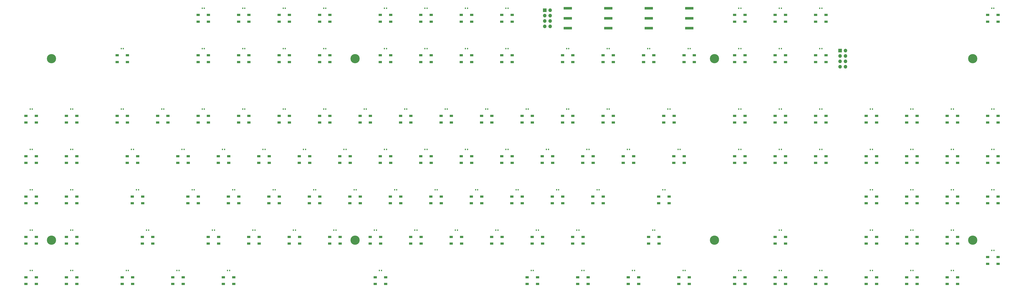
<source format=gbr>
%TF.GenerationSoftware,KiCad,Pcbnew,(6.0.0)*%
%TF.CreationDate,2022-04-30T21:56:39-04:00*%
%TF.ProjectId,SweetBusinessRGBCore,53776565-7442-4757-9369-6e6573735247,rev?*%
%TF.SameCoordinates,Original*%
%TF.FileFunction,Soldermask,Top*%
%TF.FilePolarity,Negative*%
%FSLAX46Y46*%
G04 Gerber Fmt 4.6, Leading zero omitted, Abs format (unit mm)*
G04 Created by KiCad (PCBNEW (6.0.0)) date 2022-04-30 21:56:39*
%MOMM*%
%LPD*%
G01*
G04 APERTURE LIST*
G04 Aperture macros list*
%AMRoundRect*
0 Rectangle with rounded corners*
0 $1 Rounding radius*
0 $2 $3 $4 $5 $6 $7 $8 $9 X,Y pos of 4 corners*
0 Add a 4 corners polygon primitive as box body*
4,1,4,$2,$3,$4,$5,$6,$7,$8,$9,$2,$3,0*
0 Add four circle primitives for the rounded corners*
1,1,$1+$1,$2,$3*
1,1,$1+$1,$4,$5*
1,1,$1+$1,$6,$7*
1,1,$1+$1,$8,$9*
0 Add four rect primitives between the rounded corners*
20,1,$1+$1,$2,$3,$4,$5,0*
20,1,$1+$1,$4,$5,$6,$7,0*
20,1,$1+$1,$6,$7,$8,$9,0*
20,1,$1+$1,$8,$9,$2,$3,0*%
G04 Aperture macros list end*
%ADD10RoundRect,0.147500X0.147500X0.172500X-0.147500X0.172500X-0.147500X-0.172500X0.147500X-0.172500X0*%
%ADD11R,1.500000X1.000000*%
%ADD12RoundRect,0.147500X-0.147500X-0.172500X0.147500X-0.172500X0.147500X0.172500X-0.147500X0.172500X0*%
%ADD13C,4.350000*%
%ADD14R,4.000000X1.300000*%
%ADD15R,1.700000X1.700000*%
%ADD16O,1.700000X1.700000*%
G04 APERTURE END LIST*
D10*
%TO.C,LC14*%
X157647500Y-150812500D03*
X156677500Y-150812500D03*
%TD*%
D11*
%TO.C,LD41*%
X312012500Y-185750000D03*
X312012500Y-182550000D03*
X307112500Y-182550000D03*
X307112500Y-185750000D03*
%TD*%
%TO.C,LD42*%
X331062500Y-185750000D03*
X331062500Y-182550000D03*
X326162500Y-182550000D03*
X326162500Y-185750000D03*
%TD*%
%TO.C,LD126*%
X492987500Y-261950000D03*
X492987500Y-258750000D03*
X488087500Y-258750000D03*
X488087500Y-261950000D03*
%TD*%
%TO.C,LD81*%
X212000000Y-223850000D03*
X212000000Y-220650000D03*
X207100000Y-220650000D03*
X207100000Y-223850000D03*
%TD*%
D12*
%TO.C,LC89*%
X451952500Y-217487500D03*
X452922500Y-217487500D03*
%TD*%
D11*
%TO.C,LD70*%
X449987500Y-201600000D03*
X449987500Y-204800000D03*
X454887500Y-204800000D03*
X454887500Y-201600000D03*
%TD*%
D12*
%TO.C,LC91*%
X490052500Y-217487500D03*
X491022500Y-217487500D03*
%TD*%
D11*
%TO.C,LD96*%
X140425000Y-239700000D03*
X140425000Y-242900000D03*
X145325000Y-242900000D03*
X145325000Y-239700000D03*
%TD*%
D12*
%TO.C,LC124*%
X451952500Y-255587500D03*
X452922500Y-255587500D03*
%TD*%
%TO.C,LC37*%
X232877500Y-179387500D03*
X233847500Y-179387500D03*
%TD*%
D11*
%TO.C,LD84*%
X269150000Y-223850000D03*
X269150000Y-220650000D03*
X264250000Y-220650000D03*
X264250000Y-223850000D03*
%TD*%
D13*
%TO.C,H8*%
X500062500Y-241300000D03*
%TD*%
D11*
%TO.C,LD97*%
X159475000Y-239700000D03*
X159475000Y-242900000D03*
X164375000Y-242900000D03*
X164375000Y-239700000D03*
%TD*%
%TO.C,LD60*%
X240437500Y-201600000D03*
X240437500Y-204800000D03*
X245337500Y-204800000D03*
X245337500Y-201600000D03*
%TD*%
%TO.C,LDE1*%
X512025000Y-138125000D03*
X512025000Y-134925000D03*
X507125000Y-134925000D03*
X507125000Y-138125000D03*
%TD*%
D12*
%TO.C,LC119*%
X340033750Y-255587500D03*
X341003750Y-255587500D03*
%TD*%
D11*
%TO.C,LD34*%
X178662500Y-185750000D03*
X178662500Y-182550000D03*
X173762500Y-182550000D03*
X173762500Y-185750000D03*
%TD*%
%TO.C,LD121*%
X392975000Y-261950000D03*
X392975000Y-258750000D03*
X388075000Y-258750000D03*
X388075000Y-261950000D03*
%TD*%
%TO.C,LD103*%
X273775000Y-239700000D03*
X273775000Y-242900000D03*
X278675000Y-242900000D03*
X278675000Y-239700000D03*
%TD*%
%TO.C,LD88*%
X357256250Y-223850000D03*
X357256250Y-220650000D03*
X352356250Y-220650000D03*
X352356250Y-223850000D03*
%TD*%
D14*
%TO.C,T1*%
X309562500Y-141225000D03*
X309562500Y-136525000D03*
X309562500Y-131825000D03*
%TD*%
D11*
%TO.C,LD85*%
X288200000Y-223850000D03*
X288200000Y-220650000D03*
X283300000Y-220650000D03*
X283300000Y-223850000D03*
%TD*%
D12*
%TO.C,LC28*%
X56665000Y-179387500D03*
X57635000Y-179387500D03*
%TD*%
D10*
%TO.C,LC102*%
X257660000Y-236537500D03*
X256690000Y-236537500D03*
%TD*%
D12*
%TO.C,LC39*%
X270977500Y-179387500D03*
X271947500Y-179387500D03*
%TD*%
D11*
%TO.C,LD3*%
X159612500Y-138125000D03*
X159612500Y-134925000D03*
X154712500Y-134925000D03*
X154712500Y-138125000D03*
%TD*%
D12*
%TO.C,LC9*%
X280502500Y-131762500D03*
X281472500Y-131762500D03*
%TD*%
D10*
%TO.C,LC60*%
X243372500Y-198437500D03*
X242402500Y-198437500D03*
%TD*%
D11*
%TO.C,LD32*%
X140562500Y-185750000D03*
X140562500Y-182550000D03*
X135662500Y-182550000D03*
X135662500Y-185750000D03*
%TD*%
%TO.C,LD23*%
X345212500Y-153975000D03*
X345212500Y-157175000D03*
X350112500Y-157175000D03*
X350112500Y-153975000D03*
%TD*%
D10*
%TO.C,LC98*%
X181460000Y-236537500D03*
X180490000Y-236537500D03*
%TD*%
D12*
%TO.C,LC36*%
X213827500Y-179387500D03*
X214797500Y-179387500D03*
%TD*%
%TO.C,LC114*%
X125721250Y-255587500D03*
X126691250Y-255587500D03*
%TD*%
%TO.C,LC2*%
X137627500Y-131762500D03*
X138597500Y-131762500D03*
%TD*%
D11*
%TO.C,LD47*%
X454887500Y-185750000D03*
X454887500Y-182550000D03*
X449987500Y-182550000D03*
X449987500Y-185750000D03*
%TD*%
%TO.C,LD95*%
X109468750Y-239700000D03*
X109468750Y-242900000D03*
X114368750Y-242900000D03*
X114368750Y-239700000D03*
%TD*%
%TO.C,LD86*%
X307250000Y-223850000D03*
X307250000Y-220650000D03*
X302350000Y-220650000D03*
X302350000Y-223850000D03*
%TD*%
D12*
%TO.C,LC118*%
X316221250Y-255587500D03*
X317191250Y-255587500D03*
%TD*%
%TO.C,LC5*%
X194777500Y-131762500D03*
X195747500Y-131762500D03*
%TD*%
D11*
%TO.C,LD75*%
X78650000Y-223850000D03*
X78650000Y-220650000D03*
X73750000Y-220650000D03*
X73750000Y-223850000D03*
%TD*%
%TO.C,LD65*%
X335687500Y-201600000D03*
X335687500Y-204800000D03*
X340587500Y-204800000D03*
X340587500Y-201600000D03*
%TD*%
D12*
%TO.C,LC82*%
X228115000Y-217487500D03*
X229085000Y-217487500D03*
%TD*%
%TO.C,LC6*%
X223352500Y-131762500D03*
X224322500Y-131762500D03*
%TD*%
D11*
%TO.C,LD6*%
X226287500Y-138125000D03*
X226287500Y-134925000D03*
X221387500Y-134925000D03*
X221387500Y-138125000D03*
%TD*%
D10*
%TO.C,LC107*%
X410060000Y-236537500D03*
X409090000Y-236537500D03*
%TD*%
D12*
%TO.C,LC81*%
X209065000Y-217487500D03*
X210035000Y-217487500D03*
%TD*%
D10*
%TO.C,LC52*%
X76685000Y-198437500D03*
X75715000Y-198437500D03*
%TD*%
D11*
%TO.C,LD55*%
X145187500Y-201600000D03*
X145187500Y-204800000D03*
X150087500Y-204800000D03*
X150087500Y-201600000D03*
%TD*%
%TO.C,LD50*%
X512037500Y-185750000D03*
X512037500Y-182550000D03*
X507137500Y-182550000D03*
X507137500Y-185750000D03*
%TD*%
%TO.C,LD17*%
X221387500Y-153975000D03*
X221387500Y-157175000D03*
X226287500Y-157175000D03*
X226287500Y-153975000D03*
%TD*%
%TO.C,LD28*%
X59600000Y-185750000D03*
X59600000Y-182550000D03*
X54700000Y-182550000D03*
X54700000Y-185750000D03*
%TD*%
D10*
%TO.C,LC73*%
X510072500Y-198437500D03*
X509102500Y-198437500D03*
%TD*%
D13*
%TO.C,H2*%
X209550000Y-155575000D03*
%TD*%
D11*
%TO.C,LD68*%
X407125000Y-201600000D03*
X407125000Y-204800000D03*
X412025000Y-204800000D03*
X412025000Y-201600000D03*
%TD*%
D10*
%TO.C,LC51*%
X57635000Y-198437500D03*
X56665000Y-198437500D03*
%TD*%
D12*
%TO.C,LC38*%
X251927500Y-179387500D03*
X252897500Y-179387500D03*
%TD*%
D11*
%TO.C,LD116*%
X223906250Y-261950000D03*
X223906250Y-258750000D03*
X219006250Y-258750000D03*
X219006250Y-261950000D03*
%TD*%
%TO.C,LD61*%
X259487500Y-201600000D03*
X259487500Y-204800000D03*
X264387500Y-204800000D03*
X264387500Y-201600000D03*
%TD*%
%TO.C,LD2*%
X140562500Y-138125000D03*
X140562500Y-134925000D03*
X135662500Y-134925000D03*
X135662500Y-138125000D03*
%TD*%
%TO.C,LD11*%
X412025000Y-138125000D03*
X412025000Y-134925000D03*
X407125000Y-134925000D03*
X407125000Y-138125000D03*
%TD*%
%TO.C,LD46*%
X431075000Y-185750000D03*
X431075000Y-182550000D03*
X426175000Y-182550000D03*
X426175000Y-185750000D03*
%TD*%
D10*
%TO.C,LC18*%
X243372500Y-150812500D03*
X242402500Y-150812500D03*
%TD*%
D11*
%TO.C,LD38*%
X254862500Y-185750000D03*
X254862500Y-182550000D03*
X249962500Y-182550000D03*
X249962500Y-185750000D03*
%TD*%
%TO.C,LD4*%
X178662500Y-138125000D03*
X178662500Y-134925000D03*
X173762500Y-134925000D03*
X173762500Y-138125000D03*
%TD*%
D10*
%TO.C,LC56*%
X167172500Y-198437500D03*
X166202500Y-198437500D03*
%TD*%
D11*
%TO.C,LD118*%
X319156250Y-261950000D03*
X319156250Y-258750000D03*
X314256250Y-258750000D03*
X314256250Y-261950000D03*
%TD*%
%TO.C,LD78*%
X154850000Y-223850000D03*
X154850000Y-220650000D03*
X149950000Y-220650000D03*
X149950000Y-223850000D03*
%TD*%
%TO.C,LD1*%
X102462500Y-157175000D03*
X102462500Y-153975000D03*
X97562500Y-153975000D03*
X97562500Y-157175000D03*
%TD*%
D10*
%TO.C,LC59*%
X224322500Y-198437500D03*
X223352500Y-198437500D03*
%TD*%
D12*
%TO.C,LC92*%
X509102500Y-217487500D03*
X510072500Y-217487500D03*
%TD*%
%TO.C,LC8*%
X261452500Y-131762500D03*
X262422500Y-131762500D03*
%TD*%
D10*
%TO.C,LC64*%
X319572500Y-198437500D03*
X318602500Y-198437500D03*
%TD*%
D11*
%TO.C,LD93*%
X54700000Y-239700000D03*
X54700000Y-242900000D03*
X59600000Y-242900000D03*
X59600000Y-239700000D03*
%TD*%
D14*
%TO.C,T2*%
X328612500Y-141225000D03*
X328612500Y-136525000D03*
X328612500Y-131825000D03*
%TD*%
D11*
%TO.C,LD25*%
X388075000Y-153975000D03*
X388075000Y-157175000D03*
X392975000Y-157175000D03*
X392975000Y-153975000D03*
%TD*%
%TO.C,LD117*%
X295343750Y-261950000D03*
X295343750Y-258750000D03*
X290443750Y-258750000D03*
X290443750Y-261950000D03*
%TD*%
D12*
%TO.C,LC122*%
X409090000Y-255587500D03*
X410060000Y-255587500D03*
%TD*%
D10*
%TO.C,LC15*%
X176697500Y-150812500D03*
X175727500Y-150812500D03*
%TD*%
D12*
%TO.C,LC50*%
X509102500Y-179387500D03*
X510072500Y-179387500D03*
%TD*%
D10*
%TO.C,LC20*%
X281472500Y-150812500D03*
X280502500Y-150812500D03*
%TD*%
D11*
%TO.C,LD87*%
X326300000Y-223850000D03*
X326300000Y-220650000D03*
X321400000Y-220650000D03*
X321400000Y-223850000D03*
%TD*%
%TO.C,LD98*%
X178525000Y-239700000D03*
X178525000Y-242900000D03*
X183425000Y-242900000D03*
X183425000Y-239700000D03*
%TD*%
%TO.C,LD100*%
X216625000Y-239700000D03*
X216625000Y-242900000D03*
X221525000Y-242900000D03*
X221525000Y-239700000D03*
%TD*%
%TO.C,LD52*%
X73750000Y-201600000D03*
X73750000Y-204800000D03*
X78650000Y-204800000D03*
X78650000Y-201600000D03*
%TD*%
%TO.C,LD18*%
X240437500Y-153975000D03*
X240437500Y-157175000D03*
X245337500Y-157175000D03*
X245337500Y-153975000D03*
%TD*%
%TO.C,LD12*%
X431075000Y-138125000D03*
X431075000Y-134925000D03*
X426175000Y-134925000D03*
X426175000Y-138125000D03*
%TD*%
D10*
%TO.C,LC94*%
X76685000Y-236537500D03*
X75715000Y-236537500D03*
%TD*%
D12*
%TO.C,LC46*%
X428140000Y-179387500D03*
X429110000Y-179387500D03*
%TD*%
%TO.C,LC31*%
X118577500Y-179387500D03*
X119547500Y-179387500D03*
%TD*%
D11*
%TO.C,LD110*%
X488087500Y-239700000D03*
X488087500Y-242900000D03*
X492987500Y-242900000D03*
X492987500Y-239700000D03*
%TD*%
D10*
%TO.C,LC13*%
X138597500Y-150812500D03*
X137627500Y-150812500D03*
%TD*%
%TO.C,LC108*%
X452922500Y-236537500D03*
X451952500Y-236537500D03*
%TD*%
D12*
%TO.C,LC12*%
X428140000Y-131762500D03*
X429110000Y-131762500D03*
%TD*%
D10*
%TO.C,LC105*%
X314810000Y-236537500D03*
X313840000Y-236537500D03*
%TD*%
D11*
%TO.C,LD44*%
X392975000Y-185750000D03*
X392975000Y-182550000D03*
X388075000Y-182550000D03*
X388075000Y-185750000D03*
%TD*%
D10*
%TO.C,LC58*%
X205272500Y-198437500D03*
X204302500Y-198437500D03*
%TD*%
%TO.C,LC17*%
X224322500Y-150812500D03*
X223352500Y-150812500D03*
%TD*%
D11*
%TO.C,LD122*%
X412025000Y-261950000D03*
X412025000Y-258750000D03*
X407125000Y-258750000D03*
X407125000Y-261950000D03*
%TD*%
%TO.C,LD8*%
X264387500Y-138125000D03*
X264387500Y-134925000D03*
X259487500Y-134925000D03*
X259487500Y-138125000D03*
%TD*%
%TO.C,LD71*%
X469037500Y-201600000D03*
X469037500Y-204800000D03*
X473937500Y-204800000D03*
X473937500Y-201600000D03*
%TD*%
D10*
%TO.C,LC99*%
X200510000Y-236537500D03*
X199540000Y-236537500D03*
%TD*%
D12*
%TO.C,LCE1*%
X509077500Y-131762500D03*
X510047500Y-131762500D03*
%TD*%
D10*
%TO.C,LC103*%
X276710000Y-236537500D03*
X275740000Y-236537500D03*
%TD*%
D11*
%TO.C,LD112*%
X78650000Y-261950000D03*
X78650000Y-258750000D03*
X73750000Y-258750000D03*
X73750000Y-261950000D03*
%TD*%
D10*
%TO.C,LC22*%
X329097500Y-150812500D03*
X328127500Y-150812500D03*
%TD*%
D11*
%TO.C,LD31*%
X121512500Y-185750000D03*
X121512500Y-182550000D03*
X116612500Y-182550000D03*
X116612500Y-185750000D03*
%TD*%
D10*
%TO.C,LC69*%
X429110000Y-198437500D03*
X428140000Y-198437500D03*
%TD*%
%TO.C,LC101*%
X238610000Y-236537500D03*
X237640000Y-236537500D03*
%TD*%
D11*
%TO.C,LD21*%
X307112500Y-153975000D03*
X307112500Y-157175000D03*
X312012500Y-157175000D03*
X312012500Y-153975000D03*
%TD*%
D12*
%TO.C,LC3*%
X156677500Y-131762500D03*
X157647500Y-131762500D03*
%TD*%
D10*
%TO.C,LC55*%
X148122500Y-198437500D03*
X147152500Y-198437500D03*
%TD*%
D12*
%TO.C,LC125*%
X471002500Y-255587500D03*
X471972500Y-255587500D03*
%TD*%
D13*
%TO.C,H7*%
X378618750Y-241300000D03*
%TD*%
D10*
%TO.C,LC24*%
X367197500Y-150812500D03*
X366227500Y-150812500D03*
%TD*%
D11*
%TO.C,LD51*%
X54700000Y-201600000D03*
X54700000Y-204800000D03*
X59600000Y-204800000D03*
X59600000Y-201600000D03*
%TD*%
D12*
%TO.C,LC123*%
X428140000Y-255587500D03*
X429110000Y-255587500D03*
%TD*%
%TO.C,LC32*%
X137627500Y-179387500D03*
X138597500Y-179387500D03*
%TD*%
%TO.C,LC79*%
X170965000Y-217487500D03*
X171935000Y-217487500D03*
%TD*%
D11*
%TO.C,LD69*%
X426175000Y-201600000D03*
X426175000Y-204800000D03*
X431075000Y-204800000D03*
X431075000Y-201600000D03*
%TD*%
D15*
%TO.C,J2*%
X298762500Y-132725000D03*
D16*
X301302500Y-132725000D03*
X298762500Y-135265000D03*
X301302500Y-135265000D03*
X298762500Y-137805000D03*
X301302500Y-137805000D03*
X298762500Y-140345000D03*
X301302500Y-140345000D03*
%TD*%
D11*
%TO.C,LD120*%
X366781250Y-261950000D03*
X366781250Y-258750000D03*
X361881250Y-258750000D03*
X361881250Y-261950000D03*
%TD*%
D10*
%TO.C,LC19*%
X262422500Y-150812500D03*
X261452500Y-150812500D03*
%TD*%
D13*
%TO.C,H5*%
X66675000Y-241300000D03*
%TD*%
D11*
%TO.C,LD89*%
X454887500Y-223850000D03*
X454887500Y-220650000D03*
X449987500Y-220650000D03*
X449987500Y-223850000D03*
%TD*%
%TO.C,LD19*%
X259487500Y-153975000D03*
X259487500Y-157175000D03*
X264387500Y-157175000D03*
X264387500Y-153975000D03*
%TD*%
D10*
%TO.C,LC104*%
X295760000Y-236537500D03*
X294790000Y-236537500D03*
%TD*%
D12*
%TO.C,LC111*%
X56665000Y-255587500D03*
X57635000Y-255587500D03*
%TD*%
D11*
%TO.C,LD35*%
X197712500Y-185750000D03*
X197712500Y-182550000D03*
X192812500Y-182550000D03*
X192812500Y-185750000D03*
%TD*%
D14*
%TO.C,T4*%
X366712500Y-141225000D03*
X366712500Y-136525000D03*
X366712500Y-131825000D03*
%TD*%
D12*
%TO.C,LC127*%
X509102500Y-246062500D03*
X510072500Y-246062500D03*
%TD*%
D11*
%TO.C,LD10*%
X392975000Y-138125000D03*
X392975000Y-134925000D03*
X388075000Y-134925000D03*
X388075000Y-138125000D03*
%TD*%
D10*
%TO.C,LC61*%
X262422500Y-198437500D03*
X261452500Y-198437500D03*
%TD*%
D12*
%TO.C,LC113*%
X101908750Y-255587500D03*
X102878750Y-255587500D03*
%TD*%
%TO.C,LC86*%
X304315000Y-217487500D03*
X305285000Y-217487500D03*
%TD*%
D10*
%TO.C,LC21*%
X310047500Y-150812500D03*
X309077500Y-150812500D03*
%TD*%
%TO.C,LC110*%
X491022500Y-236537500D03*
X490052500Y-236537500D03*
%TD*%
D11*
%TO.C,LD9*%
X283437500Y-138125000D03*
X283437500Y-134925000D03*
X278537500Y-134925000D03*
X278537500Y-138125000D03*
%TD*%
D12*
%TO.C,LC126*%
X490052500Y-255587500D03*
X491022500Y-255587500D03*
%TD*%
%TO.C,LC33*%
X156677500Y-179387500D03*
X157647500Y-179387500D03*
%TD*%
D11*
%TO.C,LD101*%
X235675000Y-239700000D03*
X235675000Y-242900000D03*
X240575000Y-242900000D03*
X240575000Y-239700000D03*
%TD*%
D12*
%TO.C,LC117*%
X292408750Y-255587500D03*
X293378750Y-255587500D03*
%TD*%
%TO.C,LC115*%
X149533750Y-255587500D03*
X150503750Y-255587500D03*
%TD*%
D10*
%TO.C,LC25*%
X391010000Y-150812500D03*
X390040000Y-150812500D03*
%TD*%
D15*
%TO.C,J1*%
X437668750Y-151775000D03*
D16*
X440208750Y-151775000D03*
X437668750Y-154315000D03*
X440208750Y-154315000D03*
X437668750Y-156855000D03*
X440208750Y-156855000D03*
X437668750Y-159395000D03*
X440208750Y-159395000D03*
%TD*%
D11*
%TO.C,LD113*%
X104843750Y-261950000D03*
X104843750Y-258750000D03*
X99943750Y-258750000D03*
X99943750Y-261950000D03*
%TD*%
%TO.C,LD20*%
X278537500Y-153975000D03*
X278537500Y-157175000D03*
X283437500Y-157175000D03*
X283437500Y-153975000D03*
%TD*%
D12*
%TO.C,LC35*%
X194777500Y-179387500D03*
X195747500Y-179387500D03*
%TD*%
D11*
%TO.C,LD48*%
X473937500Y-185750000D03*
X473937500Y-182550000D03*
X469037500Y-182550000D03*
X469037500Y-185750000D03*
%TD*%
D12*
%TO.C,LC75*%
X75715000Y-217487500D03*
X76685000Y-217487500D03*
%TD*%
D11*
%TO.C,LD74*%
X59600000Y-223850000D03*
X59600000Y-220650000D03*
X54700000Y-220650000D03*
X54700000Y-223850000D03*
%TD*%
D13*
%TO.C,H1*%
X66675000Y-155575000D03*
%TD*%
D11*
%TO.C,LD54*%
X126137500Y-201600000D03*
X126137500Y-204800000D03*
X131037500Y-204800000D03*
X131037500Y-201600000D03*
%TD*%
%TO.C,LD105*%
X311875000Y-239700000D03*
X311875000Y-242900000D03*
X316775000Y-242900000D03*
X316775000Y-239700000D03*
%TD*%
%TO.C,LD77*%
X135800000Y-223850000D03*
X135800000Y-220650000D03*
X130900000Y-220650000D03*
X130900000Y-223850000D03*
%TD*%
D10*
%TO.C,LC16*%
X195747500Y-150812500D03*
X194777500Y-150812500D03*
%TD*%
D11*
%TO.C,LD99*%
X197575000Y-239700000D03*
X197575000Y-242900000D03*
X202475000Y-242900000D03*
X202475000Y-239700000D03*
%TD*%
D12*
%TO.C,LC116*%
X220971250Y-255587500D03*
X221941250Y-255587500D03*
%TD*%
D11*
%TO.C,LD76*%
X109606250Y-223850000D03*
X109606250Y-220650000D03*
X104706250Y-220650000D03*
X104706250Y-223850000D03*
%TD*%
%TO.C,LD30*%
X102462500Y-185750000D03*
X102462500Y-182550000D03*
X97562500Y-182550000D03*
X97562500Y-185750000D03*
%TD*%
D10*
%TO.C,LC100*%
X219560000Y-236537500D03*
X218590000Y-236537500D03*
%TD*%
D12*
%TO.C,LC44*%
X390040000Y-179387500D03*
X391010000Y-179387500D03*
%TD*%
%TO.C,LC112*%
X75715000Y-255587500D03*
X76685000Y-255587500D03*
%TD*%
%TO.C,LC1*%
X99527500Y-150812500D03*
X100497500Y-150812500D03*
%TD*%
D11*
%TO.C,LD29*%
X78650000Y-185750000D03*
X78650000Y-182550000D03*
X73750000Y-182550000D03*
X73750000Y-185750000D03*
%TD*%
%TO.C,LD49*%
X492987500Y-185750000D03*
X492987500Y-182550000D03*
X488087500Y-182550000D03*
X488087500Y-185750000D03*
%TD*%
%TO.C,LD67*%
X388075000Y-201600000D03*
X388075000Y-204800000D03*
X392975000Y-204800000D03*
X392975000Y-201600000D03*
%TD*%
D10*
%TO.C,LC109*%
X471972500Y-236537500D03*
X471002500Y-236537500D03*
%TD*%
%TO.C,LC65*%
X338622500Y-198437500D03*
X337652500Y-198437500D03*
%TD*%
D11*
%TO.C,LD45*%
X412025000Y-185750000D03*
X412025000Y-182550000D03*
X407125000Y-182550000D03*
X407125000Y-185750000D03*
%TD*%
%TO.C,LD62*%
X278537500Y-201600000D03*
X278537500Y-204800000D03*
X283437500Y-204800000D03*
X283437500Y-201600000D03*
%TD*%
%TO.C,LD40*%
X292962500Y-185750000D03*
X292962500Y-182550000D03*
X288062500Y-182550000D03*
X288062500Y-185750000D03*
%TD*%
D12*
%TO.C,LC74*%
X56665000Y-217487500D03*
X57635000Y-217487500D03*
%TD*%
D11*
%TO.C,LD109*%
X469037500Y-239700000D03*
X469037500Y-242900000D03*
X473937500Y-242900000D03*
X473937500Y-239700000D03*
%TD*%
%TO.C,LD24*%
X364262500Y-153975000D03*
X364262500Y-157175000D03*
X369162500Y-157175000D03*
X369162500Y-153975000D03*
%TD*%
D12*
%TO.C,LC41*%
X309077500Y-179387500D03*
X310047500Y-179387500D03*
%TD*%
D10*
%TO.C,LC26*%
X410060000Y-150812500D03*
X409090000Y-150812500D03*
%TD*%
D13*
%TO.C,H3*%
X378618750Y-155575000D03*
%TD*%
D12*
%TO.C,LC40*%
X290027500Y-179387500D03*
X290997500Y-179387500D03*
%TD*%
D11*
%TO.C,LD115*%
X152468750Y-261950000D03*
X152468750Y-258750000D03*
X147568750Y-258750000D03*
X147568750Y-261950000D03*
%TD*%
%TO.C,LD27*%
X426175000Y-153975000D03*
X426175000Y-157175000D03*
X431075000Y-157175000D03*
X431075000Y-153975000D03*
%TD*%
%TO.C,LD83*%
X250100000Y-223850000D03*
X250100000Y-220650000D03*
X245200000Y-220650000D03*
X245200000Y-223850000D03*
%TD*%
%TO.C,LD108*%
X449987500Y-239700000D03*
X449987500Y-242900000D03*
X454887500Y-242900000D03*
X454887500Y-239700000D03*
%TD*%
D12*
%TO.C,LC77*%
X132865000Y-217487500D03*
X133835000Y-217487500D03*
%TD*%
%TO.C,LC83*%
X247165000Y-217487500D03*
X248135000Y-217487500D03*
%TD*%
D11*
%TO.C,LD57*%
X183287500Y-201600000D03*
X183287500Y-204800000D03*
X188187500Y-204800000D03*
X188187500Y-201600000D03*
%TD*%
%TO.C,LD90*%
X473937500Y-223850000D03*
X473937500Y-220650000D03*
X469037500Y-220650000D03*
X469037500Y-223850000D03*
%TD*%
%TO.C,LD124*%
X454887500Y-261950000D03*
X454887500Y-258750000D03*
X449987500Y-258750000D03*
X449987500Y-261950000D03*
%TD*%
%TO.C,LD82*%
X231050000Y-223850000D03*
X231050000Y-220650000D03*
X226150000Y-220650000D03*
X226150000Y-223850000D03*
%TD*%
D13*
%TO.C,H4*%
X500062500Y-155575000D03*
%TD*%
D12*
%TO.C,LC4*%
X175727500Y-131762500D03*
X176697500Y-131762500D03*
%TD*%
%TO.C,LC42*%
X328127500Y-179387500D03*
X329097500Y-179387500D03*
%TD*%
D11*
%TO.C,LD56*%
X164237500Y-201600000D03*
X164237500Y-204800000D03*
X169137500Y-204800000D03*
X169137500Y-201600000D03*
%TD*%
%TO.C,LD127*%
X512037500Y-252425000D03*
X512037500Y-249225000D03*
X507137500Y-249225000D03*
X507137500Y-252425000D03*
%TD*%
D12*
%TO.C,LC121*%
X390040000Y-255587500D03*
X391010000Y-255587500D03*
%TD*%
D11*
%TO.C,LD16*%
X192812500Y-153975000D03*
X192812500Y-157175000D03*
X197712500Y-157175000D03*
X197712500Y-153975000D03*
%TD*%
%TO.C,LD43*%
X359637500Y-185750000D03*
X359637500Y-182550000D03*
X354737500Y-182550000D03*
X354737500Y-185750000D03*
%TD*%
D12*
%TO.C,LC45*%
X409090000Y-179387500D03*
X410060000Y-179387500D03*
%TD*%
%TO.C,LC49*%
X490052500Y-179387500D03*
X491022500Y-179387500D03*
%TD*%
D10*
%TO.C,LC96*%
X143360000Y-236537500D03*
X142390000Y-236537500D03*
%TD*%
D11*
%TO.C,LD63*%
X297587500Y-201600000D03*
X297587500Y-204800000D03*
X302487500Y-204800000D03*
X302487500Y-201600000D03*
%TD*%
D14*
%TO.C,T3*%
X347662500Y-141225000D03*
X347662500Y-136525000D03*
X347662500Y-131825000D03*
%TD*%
D12*
%TO.C,LC88*%
X354321250Y-217487500D03*
X355291250Y-217487500D03*
%TD*%
D11*
%TO.C,LD125*%
X473937500Y-261950000D03*
X473937500Y-258750000D03*
X469037500Y-258750000D03*
X469037500Y-261950000D03*
%TD*%
D12*
%TO.C,LC47*%
X451952500Y-179387500D03*
X452922500Y-179387500D03*
%TD*%
D10*
%TO.C,LC57*%
X186222500Y-198437500D03*
X185252500Y-198437500D03*
%TD*%
D11*
%TO.C,LD107*%
X407125000Y-239700000D03*
X407125000Y-242900000D03*
X412025000Y-242900000D03*
X412025000Y-239700000D03*
%TD*%
D10*
%TO.C,LC68*%
X410060000Y-198437500D03*
X409090000Y-198437500D03*
%TD*%
D12*
%TO.C,LC29*%
X75715000Y-179387500D03*
X76685000Y-179387500D03*
%TD*%
%TO.C,LC43*%
X356702500Y-179387500D03*
X357672500Y-179387500D03*
%TD*%
D10*
%TO.C,LC54*%
X129072500Y-198437500D03*
X128102500Y-198437500D03*
%TD*%
D11*
%TO.C,LD72*%
X488087500Y-201600000D03*
X488087500Y-204800000D03*
X492987500Y-204800000D03*
X492987500Y-201600000D03*
%TD*%
%TO.C,LD39*%
X273912500Y-185750000D03*
X273912500Y-182550000D03*
X269012500Y-182550000D03*
X269012500Y-185750000D03*
%TD*%
D12*
%TO.C,LC85*%
X285265000Y-217487500D03*
X286235000Y-217487500D03*
%TD*%
D11*
%TO.C,LD26*%
X407125000Y-153975000D03*
X407125000Y-157175000D03*
X412025000Y-157175000D03*
X412025000Y-153975000D03*
%TD*%
D10*
%TO.C,LC72*%
X491022500Y-198437500D03*
X490052500Y-198437500D03*
%TD*%
%TO.C,LC62*%
X281472500Y-198437500D03*
X280502500Y-198437500D03*
%TD*%
D12*
%TO.C,LC84*%
X266215000Y-217487500D03*
X267185000Y-217487500D03*
%TD*%
D11*
%TO.C,LD102*%
X254725000Y-239700000D03*
X254725000Y-242900000D03*
X259625000Y-242900000D03*
X259625000Y-239700000D03*
%TD*%
%TO.C,LD80*%
X192950000Y-223850000D03*
X192950000Y-220650000D03*
X188050000Y-220650000D03*
X188050000Y-223850000D03*
%TD*%
D12*
%TO.C,LC87*%
X323365000Y-217487500D03*
X324335000Y-217487500D03*
%TD*%
D11*
%TO.C,LD119*%
X342968750Y-261950000D03*
X342968750Y-258750000D03*
X338068750Y-258750000D03*
X338068750Y-261950000D03*
%TD*%
D10*
%TO.C,LC23*%
X348147500Y-150812500D03*
X347177500Y-150812500D03*
%TD*%
D11*
%TO.C,LD111*%
X59600000Y-261950000D03*
X59600000Y-258750000D03*
X54700000Y-258750000D03*
X54700000Y-261950000D03*
%TD*%
%TO.C,LD66*%
X359500000Y-201600000D03*
X359500000Y-204800000D03*
X364400000Y-204800000D03*
X364400000Y-201600000D03*
%TD*%
D10*
%TO.C,LC53*%
X105260000Y-198437500D03*
X104290000Y-198437500D03*
%TD*%
D11*
%TO.C,LD79*%
X173900000Y-223850000D03*
X173900000Y-220650000D03*
X169000000Y-220650000D03*
X169000000Y-223850000D03*
%TD*%
%TO.C,LD114*%
X128656250Y-261950000D03*
X128656250Y-258750000D03*
X123756250Y-258750000D03*
X123756250Y-261950000D03*
%TD*%
D10*
%TO.C,LC27*%
X429110000Y-150812500D03*
X428140000Y-150812500D03*
%TD*%
%TO.C,LC97*%
X162410000Y-236537500D03*
X161440000Y-236537500D03*
%TD*%
D11*
%TO.C,LD14*%
X154712500Y-153975000D03*
X154712500Y-157175000D03*
X159612500Y-157175000D03*
X159612500Y-153975000D03*
%TD*%
D12*
%TO.C,LC78*%
X151915000Y-217487500D03*
X152885000Y-217487500D03*
%TD*%
D11*
%TO.C,LD37*%
X235812500Y-185750000D03*
X235812500Y-182550000D03*
X230912500Y-182550000D03*
X230912500Y-185750000D03*
%TD*%
D10*
%TO.C,LC93*%
X57635000Y-236537500D03*
X56665000Y-236537500D03*
%TD*%
D11*
%TO.C,LD73*%
X507137500Y-201600000D03*
X507137500Y-204800000D03*
X512037500Y-204800000D03*
X512037500Y-201600000D03*
%TD*%
%TO.C,LD33*%
X159612500Y-185750000D03*
X159612500Y-182550000D03*
X154712500Y-182550000D03*
X154712500Y-185750000D03*
%TD*%
%TO.C,LD123*%
X431075000Y-261950000D03*
X431075000Y-258750000D03*
X426175000Y-258750000D03*
X426175000Y-261950000D03*
%TD*%
%TO.C,LD94*%
X73750000Y-239700000D03*
X73750000Y-242900000D03*
X78650000Y-242900000D03*
X78650000Y-239700000D03*
%TD*%
D12*
%TO.C,LC120*%
X363846250Y-255587500D03*
X364816250Y-255587500D03*
%TD*%
%TO.C,LC7*%
X242402500Y-131762500D03*
X243372500Y-131762500D03*
%TD*%
D10*
%TO.C,LC95*%
X112403750Y-236537500D03*
X111433750Y-236537500D03*
%TD*%
%TO.C,LC66*%
X362435000Y-198437500D03*
X361465000Y-198437500D03*
%TD*%
D11*
%TO.C,LD64*%
X316637500Y-201600000D03*
X316637500Y-204800000D03*
X321537500Y-204800000D03*
X321537500Y-201600000D03*
%TD*%
%TO.C,LD106*%
X347593750Y-239700000D03*
X347593750Y-242900000D03*
X352493750Y-242900000D03*
X352493750Y-239700000D03*
%TD*%
D10*
%TO.C,LC71*%
X471972500Y-198437500D03*
X471002500Y-198437500D03*
%TD*%
D11*
%TO.C,LD58*%
X202337500Y-201600000D03*
X202337500Y-204800000D03*
X207237500Y-204800000D03*
X207237500Y-201600000D03*
%TD*%
%TO.C,LD53*%
X102325000Y-201600000D03*
X102325000Y-204800000D03*
X107225000Y-204800000D03*
X107225000Y-201600000D03*
%TD*%
D10*
%TO.C,LC70*%
X452922500Y-198437500D03*
X451952500Y-198437500D03*
%TD*%
D12*
%TO.C,LC10*%
X390040000Y-131762500D03*
X391010000Y-131762500D03*
%TD*%
D10*
%TO.C,LC67*%
X391010000Y-198437500D03*
X390040000Y-198437500D03*
%TD*%
D12*
%TO.C,LC48*%
X471002500Y-179387500D03*
X471972500Y-179387500D03*
%TD*%
D11*
%TO.C,LD7*%
X245337500Y-138125000D03*
X245337500Y-134925000D03*
X240437500Y-134925000D03*
X240437500Y-138125000D03*
%TD*%
%TO.C,LD92*%
X512037500Y-223850000D03*
X512037500Y-220650000D03*
X507137500Y-220650000D03*
X507137500Y-223850000D03*
%TD*%
%TO.C,LD91*%
X492987500Y-223850000D03*
X492987500Y-220650000D03*
X488087500Y-220650000D03*
X488087500Y-223850000D03*
%TD*%
D12*
%TO.C,LC30*%
X99527500Y-179387500D03*
X100497500Y-179387500D03*
%TD*%
D13*
%TO.C,H6*%
X209550000Y-241300000D03*
%TD*%
D12*
%TO.C,LC11*%
X409090000Y-131762500D03*
X410060000Y-131762500D03*
%TD*%
D10*
%TO.C,LC63*%
X300522500Y-198437500D03*
X299552500Y-198437500D03*
%TD*%
D12*
%TO.C,LC76*%
X106671250Y-217487500D03*
X107641250Y-217487500D03*
%TD*%
%TO.C,LC34*%
X175727500Y-179387500D03*
X176697500Y-179387500D03*
%TD*%
D11*
%TO.C,LD13*%
X135662500Y-153975000D03*
X135662500Y-157175000D03*
X140562500Y-157175000D03*
X140562500Y-153975000D03*
%TD*%
%TO.C,LD59*%
X221387500Y-201600000D03*
X221387500Y-204800000D03*
X226287500Y-204800000D03*
X226287500Y-201600000D03*
%TD*%
%TO.C,LD104*%
X292825000Y-239700000D03*
X292825000Y-242900000D03*
X297725000Y-242900000D03*
X297725000Y-239700000D03*
%TD*%
D10*
%TO.C,LC106*%
X350528750Y-236537500D03*
X349558750Y-236537500D03*
%TD*%
D12*
%TO.C,LC80*%
X190015000Y-217487500D03*
X190985000Y-217487500D03*
%TD*%
D11*
%TO.C,LD15*%
X173762500Y-153975000D03*
X173762500Y-157175000D03*
X178662500Y-157175000D03*
X178662500Y-153975000D03*
%TD*%
%TO.C,LD22*%
X326162500Y-153975000D03*
X326162500Y-157175000D03*
X331062500Y-157175000D03*
X331062500Y-153975000D03*
%TD*%
%TO.C,LD5*%
X197712500Y-138125000D03*
X197712500Y-134925000D03*
X192812500Y-134925000D03*
X192812500Y-138125000D03*
%TD*%
D12*
%TO.C,LC90*%
X471002500Y-217487500D03*
X471972500Y-217487500D03*
%TD*%
D11*
%TO.C,LD36*%
X216762500Y-185750000D03*
X216762500Y-182550000D03*
X211862500Y-182550000D03*
X211862500Y-185750000D03*
%TD*%
M02*

</source>
